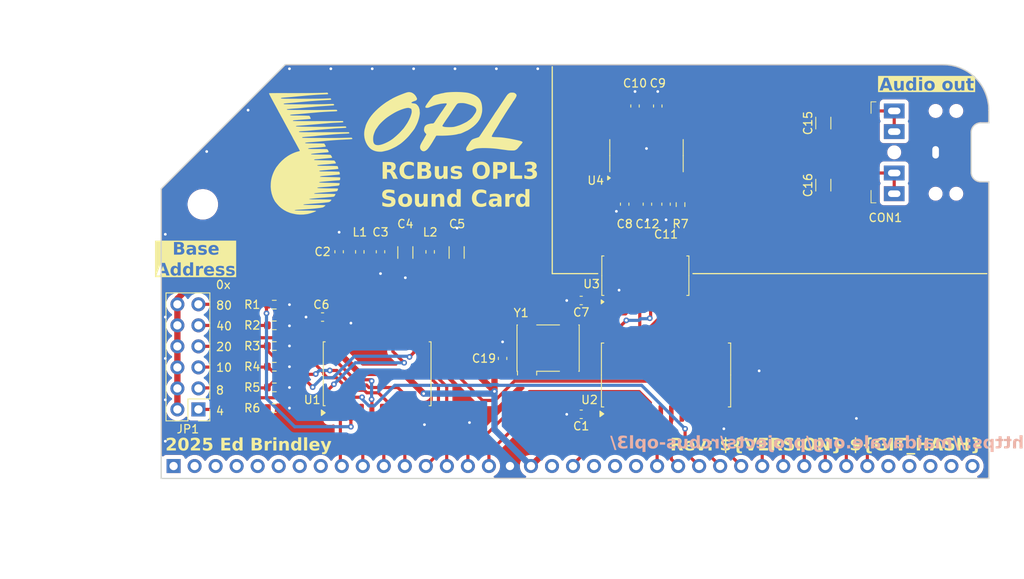
<source format=kicad_pcb>
(kicad_pcb (version 20241229) (generator "pcbnew") (generator_version "9.0")
  (title_block (title "RCBUS YMF262 sound card") (date "@date@") (rev "@version@"))
  (layers (0 "F.Cu" signal "Front") (2 "B.Cu" signal "Back") (13 "F.Paste" user) (15 "B.Paste" user) (5 "F.SilkS" user "F.Silkscreen") (7 "B.SilkS" user "B.Silkscreen") (1 "F.Mask" user) (3 "B.Mask" user) (25 "Edge.Cuts" user))
  (net 0 "")
  (net 1 "VCC")
  (net 2 "GND")
  (net 3 "/CLK")
  (net 4 "/D0")
  (net 5 "/D1")
  (net 6 "/D2")
  (net 7 "/D3")
  (net 8 "/D4")
  (net 9 "/D5")
  (net 10 "/D6")
  (net 11 "/D7")
  (net 12 "/A1")
  (net 13 "/A4")
  (net 14 "/A3")
  (net 15 "/A2")
  (net 16 "/A5")
  (net 17 "/A6")
  (net 18 "/A7")
  (net 19 "/A0")
  (net 20 "/~{CS}")
  (net 21 "/~{RESET}")
  (net 22 "/~{WR}")
  (net 23 "/~{IORQ}")
  (net 24 "/~{RD}")
  (net 26 "/DAC_CLK")
  (net 27 "/~{INT}")
  (net 43 "/R")
  (net 44 "/L")
  (net 46 "/SMPBD")
  (net 47 "/DOAB")
  (net 48 "/SMPAC")
  (net 50 "Net-(C3-Pad1)")
  (net 51 "Net-(U3-CV)")
  (net 52 "Net-(U3-AOUT)")
  (net 53 "Net-(C15-Pad2)")
  (net 54 "/AUDIO_CH2")
  (net 55 "+5VA")
  (net 56 "Net-(C16-Pad2)")
  (net 57 "Net-(U4B--)")
  (net 58 "Net-(U3-SWIN)")
  (net 59 "Net-(U3-MP)")
  (net 62 "Net-(JP1-Pin_1)")
  (net 63 "Net-(JP1-Pin_9)")
  (net 64 "Net-(JP1-Pin_7)")
  (net 65 "Net-(JP1-Pin_11)")
  (net 66 "Net-(JP1-Pin_3)")
  (net 67 "Net-(JP1-Pin_5)")
  (net 68 "/AUDIO_CH1")
  (footprint "Capacitor_SMD:C_0603_1608Metric" (layer "F.Cu") (at 111.25 156.75 180)
    (property "Reference" "C1")
    (property "Value" "0.1uF")
  )
  (footprint "Capacitor_SMD:C_0603_1608Metric" (layer "F.Cu") (at 111.25 143 180)
    (property "Reference" "C7")
    (property "Value" "0.1uF")
  )
  (footprint "electrified:Headphone_Jack_3.5mm_5_pin" (layer "F.Cu") (at 149.069 125.095 180)
    (property "Reference" "CON1")
    (property "Value" "SJ1-3523N")
  )
  (footprint "Connector_PinHeader_2.54mm:PinHeader_2x06_P2.54mm_Vertical" (layer "F.Cu") (at 65 156.16 180)
    (property "Reference" "JP1")
    (property "Value" "BASE ADDRESS")
  )
  (footprint "MountingHole:MountingHole_3.2mm_M3" (layer "F.Cu") (at 65.532 131.382)
    (property "Reference" "H1" (hide yes))
    (property "Value" "MountingHole")
  )
  (footprint "electrified:PinHeader_1x39_P2.54mm_Vertical" (layer "F.Cu") (at 62 163 90)
    (property "Reference" "P1" (hide yes))
    (property "Value" "RC2014 BUS")
  )
  (footprint "Package_SO:SOIC-20W_7.5x12.8mm_P1.27mm" (layer "F.Cu") (at 86.595 151.85 90)
    (property "Reference" "U1")
    (property "Value" "74HCT688")
  )
  (footprint "Capacitor_SMD:C_0603_1608Metric" (layer "F.Cu") (at 121.5 131.3625 -90)
    (property "Reference" "C11")
    (property "Value" "68pf")
  )
  (footprint "Capacitor_SMD:C_0603_1608Metric" (layer "F.Cu") (at 116.5 131.3625 -90)
    (property "Reference" "C8")
    (property "Value" "10uF")
  )
  (footprint "Capacitor_SMD:C_0603_1608Metric" (layer "F.Cu") (at 119.25 131.3625 -90)
    (property "Reference" "C12")
    (property "Value" "0.1uF")
  )
  (footprint "Package_SO:SOP-24_7.5x15.4mm_P1.27mm" (layer "F.Cu") (at 121.5 152 90)
    (property "Reference" "U2")
    (property "Value" "YMF262")
  )
  (footprint "Capacitor_SMD:C_0603_1608Metric" (layer "F.Cu") (at 80 145 180)
    (property "Reference" "C6")
    (property "Value" "0.1uF")
  )
  (footprint "Oscillator:Oscillator_SMD_Abracon_ASV-4Pin_7.0x5.1mm" (layer "F.Cu") (at 107.25 148.75)
    (property "Reference" "Y1")
    (property "Value" "SG-8002CA")
  )
  (footprint "Inductor_SMD:L_0603_1608Metric" (layer "F.Cu") (at 93 137.125 90)
    (property "Reference" "L2")
    (property "Value" "33uH")
  )
  (footprint "Package_SO:SOP-16_4.55x10.3mm_P1.27mm" (layer "F.Cu") (at 119 140 90)
    (property "Reference" "U3")
    (property "Value" "YAC512")
  )
  (footprint "Capacitor_SMD:C_0603_1608Metric" (layer "F.Cu") (at 82 137.1125 90)
    (property "Reference" "C2")
    (property "Value" "10nF")
  )
  (footprint "electrified:opl" (layer "F.Cu") (at 94.5 121.25)
    (property "Reference" "G2" (hide yes))
    (property "Value" "LOGO" (hide yes))
  )
  (footprint "Resistor_SMD:R_0603_1608Metric" (layer "F.Cu") (at 74.1625 156)
    (property "Reference" "R6")
    (property "Value" "10K")
  )
  (footprint "Capacitor_SMD:C_0603_1608Metric" (layer "F.Cu") (at 120.5 119.5 90)
    (property "Reference" "C9")
    (property "Value" "2.7nf")
  )
  (footprint "Resistor_SMD:R_0603_1608Metric" (layer "F.Cu") (at 74.1625 153.5)
    (property "Reference" "R5")
    (property "Value" "10K")
  )
  (footprint "Resistor_SMD:R_0603_1608Metric" (layer "F.Cu") (at 123.25 131.4125 90)
    (property "Reference" "R7")
    (property "Value" "33")
  )
  (footprint "Resistor_SMD:R_0603_1608Metric" (layer "F.Cu") (at 74.1625 148.5)
    (property "Reference" "R3")
    (property "Value" "10K")
  )
  (footprint "Resistor_SMD:R_0603_1608Metric" (layer "F.Cu") (at 74.1625 143.5)
    (property "Reference" "R1")
    (property "Value" "10K")
  )
  (footprint "Capacitor_SMD:C_0603_1608Metric" (layer "F.Cu") (at 117.75 119.5 90)
    (property "Reference" "C10")
    (property "Value" "2.7nf")
  )
  (footprint "Resistor_SMD:R_0603_1608Metric" (layer "F.Cu") (at 74.1625 146)
    (property "Reference" "R2")
    (property "Value" "10K")
  )
  (footprint "Package_SO:SOIC-14_3.9x8.7mm_P1.27mm" (layer "F.Cu") (at 119.1375 125.5 90)
    (property "Reference" "U4")
    (property "Value" "TL074")
  )
  (footprint "electrified:adlib2" (layer "F.Cu") (at 78 125)
    (property "Reference" "G1" (hide yes))
    (property "Value" "LOGO" (hide yes))
  )
  (footprint "Capacitor_SMD:C_1206_3216Metric" (layer "F.Cu") (at 140.5 129.0625 90)
    (property "Reference" "C16")
    (property "Value" "10uf")
  )
  (footprint "Capacitor_SMD:C_1206_3216Metric" (layer "F.Cu") (at 90 137.2 -90)
    (property "Reference" "C4")
    (property "Value" "10uF")
  )
  (footprint "Resistor_SMD:R_0603_1608Metric" (layer "F.Cu") (at 74.1625 151)
    (property "Reference" "R4")
    (property "Value" "10K")
  )
  (footprint "Capacitor_SMD:C_1206_3216Metric" (layer "F.Cu") (at 96.2 137.2 90)
    (property "Reference" "C5")
    (property "Value" "10uF")
  )
  (footprint "Capacitor_SMD:C_1206_3216Metric" (layer "F.Cu") (at 140.5 121.5625 90)
    (property "Reference" "C15")
    (property "Value" "10uf")
  )
  (footprint "Capacitor_SMD:C_0603_1608Metric" (layer "F.Cu") (at 101.75 150 90)
    (property "Reference" "C19")
    (property "Value" "0.1uF")
  )
  (footprint "Capacitor_SMD:C_0603_1608Metric" (layer "F.Cu") (at 87 137.1125 -90)
    (property "Reference" "C3")
    (property "Value" "100nF")
  )
  (footprint "Inductor_SMD:L_0603_1608Metric" (layer "F.Cu") (at 84.5 137.125 -90)
    (property "Reference" "L1")
    (property "Value" "BLM18PG221SN1D")
  )
  (gr_line (start 107.75 114.75) (end 107.75 139.75) (stroke (width 0.15)) (layer "F.SilkS"))
  (gr_line (start 124.75 139.75) (end 160.25 139.75) (stroke (width 0.15)) (layer "F.SilkS"))
  (gr_line (start 107.75 139.75) (end 113.25 139.75) (stroke (width 0.15)) (layer "F.SilkS"))
  (gr_line (start 158.369 122.682) (end 158.369 127.508) (stroke (width 0.15)) (layer "Edge.Cuts"))
  (gr_line (start 160.5 121.539) (end 160.5 120) (stroke (width 0.15)) (layer "Edge.Cuts"))
  (gr_line (start 155 114.5) (end 75.5 114.5) (stroke (width 0.15)) (layer "Edge.Cuts"))
  (gr_arc (start 155 114.5) (mid 158.889087 116.110913) (end 160.5 120) (stroke (width 0.15)) (layer "Edge.Cuts"))
  (gr_line (start 160.5 121.539) (end 159.512 121.539) (stroke (width 0.15)) (layer "Edge.Cuts"))
  (gr_line (start 160.5 128.651) (end 159.512 128.651) (stroke (width 0.15)) (layer "Edge.Cuts"))
  (gr_line (start 60.5 129.5) (end 75.5 114.5) (stroke (width 0.15)) (layer "Edge.Cuts"))
  (gr_line (start 60.5 129.5) (end 60.5 164.5) (stroke (width 0.15)) (layer "Edge.Cuts"))
  (gr_arc (start 159.512 128.651) (mid 158.703777 128.316223) (end 158.369 127.508) (stroke (width 0.15)) (layer "Edge.Cuts"))
  (gr_line (start 160.5 164.5) (end 160.5 128.651) (stroke (width 0.15)) (layer "Edge.Cuts"))
  (gr_line (start 60.5 164.5) (end 160.5 164.5) (stroke (width 0.15)) (layer "Edge.Cuts"))
  (gr_arc (start 158.369 122.682) (mid 158.703777 121.873777) (end 159.512 121.539) (stroke (width 0.15)) (layer "Edge.Cuts"))
  (gr_text "Audio out" (at 153 117 0) (layer "F.SilkS" knockout) (effects (font (size 1.5 1.5) (thickness 0.3) (bold yes))))
  (gr_text "Rev: ${VERSION} ${GIT_HASH}" (at 159.75 160.5 0) (layer "F.SilkS") (effects (font (size 1.5 1.5) (thickness 0.34) (bold yes)) (justify right)))
  (gr_text "2025 Ed Brindley" (at 61 160.5 0) (layer "F.SilkS") (effects (font (size 1.5 1.5) (thickness 0.3) (bold yes)) (justify left)))
  (gr_text "10" (at 68.1 151.1 0) (layer "F.SilkS") (effects (font (size 1 1))))
  (gr_text "Base\nAddress" (at 64.7 138.1 0) (layer "F.SilkS" knockout) (effects (font (size 1.5 1.5) (thickness 0.3) (bold yes))))
  (gr_text "80" (at 68.1 143.6 0) (layer "F.SilkS") (effects (font (size 1 1))))
  (gr_text "20" (at 68.1 148.6 0) (layer "F.SilkS") (effects (font (size 1 1))))
  (gr_text "RCBus OPL3\nSound Card" (at 87 132 0) (layer "F.SilkS") (effects (font (size 2 2) (thickness 0.3) (bold yes)) (justify left bottom)))
  (gr_text "8" (at 67.6 153.85 0) (layer "F.SilkS") (effects (font (size 1 1))))
  (gr_text "4" (at 67.6 156.35 0) (layer "F.SilkS") (effects (font (size 1 1))))
  (gr_text "0x" (at 68 141.1 0) (layer "F.SilkS") (effects (font (size 1 1))))
  (gr_text "40" (at 68.1 146.1 0) (layer "F.SilkS") (effects (font (size 1 1))))
  (gr_text "https://maidavale.org/projects/rcbus-opl3/" (at 139.75 160.25 0) (layer "B.SilkS") (effects (font (size 1.5 1.5) (thickness 0.3) (bold yes)) (justify mirror)))
  (segment (start 100.5 153.708947) (end 100.770526 153.979473) (width 0.762) (layer "F.Cu") (net 1))
  (segment (start 80.8625 145) (end 80.8625 147.1825) (width 0.762) (layer "F.Cu") (net 1))
  (segment (start 62.46 142.79) (end 63.75 141.5) (width 0.762) (layer "F.Cu") (net 1))
  (segment (start 80.8625 147.1825) (end 80.88 147.2) (width 0.762) (layer "F.Cu") (net 1))
  (segment (start 112.1125 158.3875) (end 112.1125 156.75) (width 0.762) (layer "F.Cu") (net 1))
  (segment (start 93.75 142) (end 83.2 142) (width 0.762) (layer "F.Cu") (net 1))
  (segment (start 62.46 143.46) (end 62.46 142.79) (width 0.762) (layer "F.Cu") (net 1))
  (segment (start 84.404001 151.749) (end 89.7116 151.749) (width 0.762) (layer "F.Cu") (net 1))
  (segment (start 112.1125 156.75) (end 114.415 156.75) (width 0.762) (layer "F.Cu") (net 1))
  (segment (start 77.8375 141.5) (end 80.8625 144.525) (width 0.762) (layer "F.Cu") (net 1))
  (segment (start 97 150.208947) (end 97 145.25) (width 0.762) (layer "F.Cu") (net 1))
  (segment (start 80.8625 144.525) (end 80.8625 145) (width 0.762) (layer "F.Cu") (net 1))
  (segment (start 82 140.8) (end 82 137.8625) (width 0.762) (layer "F.Cu") (net 1))
  (segment (start 80.88 147.2) (end 80.88 148.224999) (width 0.762) (layer "F.Cu") (net 1))
  (segment (start 100.770526 151.004474) (end 101 150.775) (width 0.762) (layer "F.Cu") (net 1))
  (segment (start 80.88 148.224999) (end 84.404001 151.749) (width 0.762) (layer "F.Cu") (net 1))
  (segment (start 105.18 163) (end 108.43 159.75) (width 0.762) (layer "F.Cu") (net 1))
  (segment (start 62.46 156.16) (end 62.46 143.46) (width 0.762) (layer "F.Cu") (net 1))
  (segment (start 104.685 150.775) (end 104.71 150.75) (width 0.762) (layer "F.Cu") (net 1))
  (segment (start 110.75 159.75) (end 112.1125 158.3875) (width 0.762) (layer "F.Cu") (net 1))
  (segment (start 104.71 146.75) (end 104.71 150.75) (width 0.762) (layer "F.Cu") (net 1))
  (segment (start 89.7116 151.749) (end 92.2126 154.25) (width 0.762) (layer "F.Cu") (net 1))
  (segment (start 82 137.975) (end 84.475 137.975) (width 0.762) (layer "F.Cu") (net 1))
  (segment (start 100.5 153.708947) (end 97 150.208947) (width 0.762) (layer "F.Cu") (net 1))
  (segment (start 108.43 159.75) (end 110.75 159.75) (width 0.762) (layer "F.Cu") (net 1))
  (segment (start 63.75 141.5) (end 77.8375 141.5) (width 0.762) (layer "F.Cu") (net 1))
  (segment (start 97 145.25) (end 93.75 142) (width 0.762) (layer "F.Cu") (net 1))
  (segment (start 83.2 142) (end 82 140.8) (width 0.762) (layer "F.Cu") (net 1))
  (segment (start 100.770526 153.979473) (end 100.770526 151.004474) (width 0.762) (layer "F.Cu") (net 1))
  (segment (start 101 150.775) (end 104.685 150.775) (width 0.762) (layer "F.Cu") (net 1))
  (via (at 92.2126 154.25) (size 0.6858) (drill 0.3302) (layers "F.Cu" "B.Cu") (net 1))
  (via (at 100.770526 153.979473) (size 0.6858) (drill 0.3302) (layers "F.Cu" "B.Cu") (net 1))
  (segment (start 105.18 163) (end 100.770526 158.590526) (width 0.762) (layer "B.Cu") (net 1))
  (segment (start 100.770526 158.590526) (end 100.770526 153.979473) (width 0.762) (layer "B.Cu") (net 1))
  (segment (start 100.553881 154.25) (end 100.770526 154.033355) (width 0.762) (layer "B.Cu") (net 1))
  (segment (start 100.770526 154.033355) (end 100.770526 153.979473) (width 0.762) (layer "B.Cu") (net 1))
  (segment (start 92.2126 154.25) (end 100.553881 154.25) (width 0.762) (layer "B.Cu") (net 1))
  (segment (start 90 138.675) (end 90 140.25) (width 0.381) (layer "F.Cu") (net 2))
  (segment (start 86 149) (end 87.23 149) (width 0.381) (layer "F.Cu") (net 2))
  (segment (start 110.3875 143) (end 109.5 143) (width 0.381) (layer "F.Cu") (net 2))
  (segment (start 92.31 156.5) (end 92.310001 158) (width 0.381) (layer "F.Cu") (net 2))
  (segment (start 85.96 147.2) (end 85.96 148.96) (width 0.381) (layer "F.Cu") (net 2))
  (segment (start 83.42472 145.7315) (end 83.424718 145.731499) (width 0.381) (layer "F.Cu") (net 2))
  (segment (start 87 137.975) (end 87 139.75) (width 0.381) (layer "F.Cu") (net 2))
  (segment (start 121.5 133.25) (end 121.5 132.225) (width 0.381) (layer "F.Cu") (net 2))
  (segment (start 83.4179 147.794174) (end 83.4179 149) (width 0.381) (layer "F.Cu") (net 2))
  (segment (start 84.7 149) (end 86 149) (width 0.381) (layer "F.Cu") (net 2))
  (segment (start 119.25 132.225) (end 119.25 133.238417) (width 0.381) (layer "F.Cu") (net 2))
  (segment (start 83.42 147.2) (end 83.42 145.736217) (width 0.381) (layer "F.Cu") (net 2))
  (segment (start 83.4179 149) (end 84.7 149) (width 0.381) (layer "F.Cu") (net 2))
  (segment (start 120.5 118.725) (end 120.5 117.75) (width 0.381) (layer "F.Cu") (net 2))
  (segment (start 84.69 148.99) (end 84.7 149) (width 0.381) (layer "F.Cu") (net 2))
  (segment (start 75.245 156) (end 76 156) (width 0.381) (layer "F.Cu") (net 2))
  (segment (start 76 148.49) (end 75.225 148.49) (width 0.381) (layer "F.Cu") (net 2))
  (segment (start 119.1375 123.025) (end 119.137499 124.637499) (width 0.381) (layer "F.Cu") (net 2))
  (segment (start 75.05 146.06) (end 76 146.06) (width 0.381) (layer "F.Cu") (net 2))
  (segment (start 76 151) (end 75.225 151) (width 0.381) (layer "F.Cu") (net 2))
  (segment (start 110.3875 156.75) (end 109.5 156.75) (width 0.381) (layer "F.Cu") (net 2))
  (segment (start 96.2 134.3) (end 96.25 134.25) (width 0.381) (layer "F.Cu") (net 2))
  (segment (start 128.485 156.65) (end 128.485 158.5) (width 0.381) (layer "F.Cu") (net 2))
  (segment (start 116.5 132.225) (end 115.5 132.225) (width 0.381) (layer "F.Cu") (net 2))
  (segment (start 115.825 143.25) (end 115.825 141.75) (width 0.381) (layer "F.Cu") (net 2))
  (segment (start 87.23 149) (end 87.23 147.6642) (width 0.381) (layer "F.Cu") (net 2))
  (segment (start 75.225 156.02) (end 75.245 156) (width 0.381) (layer "F.Cu") (net 2))
  (segment (start 117.75 118.725) (end 117.75 117.75) (width 0.381) (layer "F.Cu") (net 2))
  (segment (start 84.69 147.2) (end 84.69 148.99) (width 0.381) (layer "F.Cu") (net 2))
  (segment (start 75.05 143.47) (end 75.08 143.5) (width 0.381) (layer "F.Cu") (net 2))
  (segment (start 101.75 149.1375) (end 101.75 148) (width 0.381) (layer "F.Cu") (net 2))
  (segment (start 83.42 145.736217) (end 83.424718 145.731499) (width 0.381) (layer "F.Cu") (net 2))
  (segment (start 96.2 135.725) (end 96.2 134.3) (width 0.381) (layer "F.Cu") (net 2))
  (segment (start 75.225 153.51) (end 76 153.51) (width 0.381) (layer "F.Cu") (net 2))
  (segment (start 82 136.25) (end 82 134.75) (width 0.381) (layer "F.Cu") (net 2))
  (segment (start 119.25 133.238417) (end 119.250001 133.238418) (width 0.381) (layer "F.Cu") (net 2))
  (segment (start 75.08 143.5) (end 76 143.5) (width 0.381) (layer "F.Cu") (net 2))
  (segment (start 85.96 148.96) (end 86 149) (width 0.381) (layer "F.Cu") (net 2))
  (via (at 76 153.51) (size 0.6858) (drill 0.3302) (layers "F.Cu" "B.Cu") (net 2))
  (via (at 76 143.5) (size 0.6858) (drill 0.3302) (layers "F.Cu" "B.Cu") (net 2))
  (via (at 144.5 157.25) (size 0.6858) (drill 0.3302) (layers "F.Cu" "B.Cu") (net 2))
  (via (at 61 135) (size 0.6858) (drill 0.3302) (layers "F.Cu" "B.Cu") (net 2))
  (via (at 86 115) (size 0.6858) (drill 0.3302) (layers "F.Cu" "B.Cu") (net 2))
  (via (at 121.5 133.25) (size 0.6858) (drill 0.3302) (layers "F.Cu" "B.Cu") (net 2))
  (via (at 109.5 143) (size 0.6858) (drill 0.3302) (layers "F.Cu" "B.Cu") (net 2))
  (via (at 87 139.75) (size 0.6858) (drill 0.3302) (layers "F.Cu" "B.Cu") (net 2))
  (via (at 76 115) (size 0.6858) (drill 0.3302) (layers "F.Cu" "B.Cu") (net 2))
  (via (at 81 115) (size 0.6858) (drill 0.3302) (layers "F.Cu" "B.Cu") (net 2))
  (via (at 97.75 157.75) (size 0.6858) (drill 0.3302) (layers "F.Cu" "B.Cu") (net 2))
  (via (at 82 134.75) (size 0.6858) (drill 0.3302) (layers "F.Cu" "B.Cu") (net 2))
  (via (at 96.25 134.25) (size 0.6858) (drill 0.3302) (layers "F.Cu" "B.Cu") (net 2))
  (via (at 61 155) (size 0.6858) (drill 0.3302) (layers "F.Cu" "B.Cu") (net 2))
  (via (at 128.485 158.5) (size 0.6858) (drill 0.3302) (layers "F.Cu" "B.Cu") (net 2))
  (via (at 76 156) (size 0.6858) (drill 0.3302) (layers "F.Cu" "B.Cu") (net 2))
  (via (at 101.75 148) (size 0.6858) (drill 0.3302) (layers "F.Cu" "B.Cu") (net 2))
  (via (at 66 125) (size 0.6858) (drill 0.3302) (layers "F.Cu" "B.Cu") (net 2))
  (via (at 76 148.49) (size 0.6858) (drill 0.3302) (layers "F.Cu" "B.Cu") (net 2))
  (via (at 115.825 141.75) (size 0.6858) (drill 0.3302) (layers "F.Cu" "B.Cu") (net 2))
  (via (at 119.137499 124.637499) (size 0.6858) (drill 0.3302) (layers "F.Cu" "B.Cu") (net 2))
  (via (at 109.5 156.75) (size 0.6858) (drill 0.3302) (layers "F.Cu" "B.Cu") (net 2))
  (via (at 71 120) (size 0.6858) (drill 0.3302) (layers "F.Cu" "B.Cu") (net 2))
  (via (at 83.424718 145.731499) (size 0.6858) (drill 0.3302) (layers "F.Cu" "B.Cu") (net 2))
  (via (at 78 145) (size 0.6858) (drill 0.3302) (layers "F.Cu" "B.Cu") (net 2))
  (via (at 106 115) (size 0.6858) (drill 0.3302) (layers "F.Cu" "B.Cu") (net 2))
  (via (at 119.250001 133.238418) (size 0.6858) (drill 0.3302) (layers "F.Cu" "B.Cu") (net 2))
  (via (at 61 150) (size 0.6858) (drill 0.3302) (layers "F.Cu" "B.Cu") (net 2))
  (via (at 120.5 117.75) (size 0.6858) (drill 0.3302) (layers "F.Cu" "B.Cu") (net 2))
  (via (at 115.5 132.225) (size 0.6858) (drill 0.3302) (layers "F.Cu" "B.Cu") (net 2))
  (via (at 96 115) (size 0.6858) (drill 0.3302) (layers "F.Cu" "B.Cu") (net 2))
  (via (at 61 160) (size 0.6858) (drill 0.3302) (layers "F.Cu" "B.Cu") (net 2))
  (via (at 101 115) (size 0.6858) (drill 0.3302) (layers "F.Cu" "B.Cu") (net 2))
  (via (at 61 145) (size 0.6858) (drill 0.3302) (layers "F.Cu" "B.Cu") (net 2))
  (via (at 132.75 151.5) (size 0.6858) (drill 0.3302) (layers "F.Cu" "B.Cu") (net 2))
  (via (at 92.310001 158) (size 0.6858) (drill 0.3302) (layers "F.Cu" "B.Cu") (net 2))
  (via (at 91 115) (size 0.6858) (drill 0.3302) (layers "F.Cu" "B.Cu") (net 2))
  (via (at 90 140.25) (size 0.6858) (drill 0.3302) (layers "F.Cu" "B.Cu") (net 2))
  (via (at 76 146.06) (size 0.6858) (drill 0.3302) (layers "F.Cu" "B.Cu") (net 2))
  (via (at 76 151) (size 0.6858) (drill 0.3302) (layers "F.Cu" "B.Cu") (net 2))
  (via (at 117.75 117.75) (size 0.6858) (drill 0.3302) (layers "F.Cu" "B.Cu") (net 2))
  (segment (start 112 146.75) (end 109.79 146.75) (width 0.381) (layer "F.Cu") (net 3))
  (segment (start 114.515 147.35) (end 112.6 147.35) (width 0.381) (layer "F.Cu") (net 3))
  (segment (start 112.6 147.35) (end 112 146.75) (width 0.381) (layer "F.Cu") (net 3))
  (segment (start 125.945 156.65) (end 125.945 157.6505) (width 0.381) (layer "F.Cu") (net 4))
  (segment (start 125.945 157.6505) (end 125.945 160.905) (width 0.381) (layer "F.Cu") (net 4))
  (segment (start 125.945 160.905) (end 128.04 163) (width 0.381) (layer "F.Cu") (net 4))
  (segment (start 128.2674 160.6874) (end 130.58 163) (width 0.381) (layer "F.Cu") (net 5))
  (segment (start 128.173848 160.6874) (end 128.2674 160.6874) (width 0.381) (layer "F.Cu") (net 5))
  (segment (start 127.2 159.713552) (end 128.173848 160.6874) (width 0.381) (layer "F.Cu") (net 5))
  (segment (start 127.2 156.665) (end 127.2 159.713552) (width 0.381) (layer "F.Cu") (net 5))
  (segment (start 128.485 147.35) (end 128.485 149.235) (width 0.381) (layer "F.Cu") (net 6))
  (segment (start 128.485 149.235) (end 133.12 153.87) (width 0.381) (layer "F.Cu") (net 6))
  (segment (start 133.12 153.87) (end 133.12 163) (width 0.381) (layer "F.Cu") (net 6))
  (segment (start 127.215 147.35) (end 127.215 146.035) (width 0.381) (layer "F.Cu") (net 7))
  (segment (start 135.66 152.379648) (end 135.66 163) (width 0.381) (layer "F.Cu") (net 7))
  (segment (start 127.215 146.035) (end 127.75 145.5) (width 0.381) (layer "F.Cu") (net 7))
  (segment (start 128.780352 145.5) (end 135.66 152.379648) (width 0.381) (layer "F.Cu") (net 7))
  (segment (start 127.75 145.5) (end 128.780352 145.5) (width 0.381) (layer "F.Cu") (net 7))
  (segment (start 130.179335 144.865) (end 127.227104 144.865) (width 0.381) (layer "F.Cu") (net 8))
  (segment (start 127.227104 144.865) (end 125.945 146.147104) (width 0.381) (layer "F.Cu") (net 8))
  (segment (start 125.945 146.147104) (end 125.945 147.35) (width 0.381) (layer "F.Cu") (net 8))
  (segment (start 138.2 152.885665) (end 130.179335 144.865) (width 0.381) (layer "F.Cu") (net 8))
  (segment (start 138.2 163) (end 138.2 152.885665) (width 0.381) (layer "F.Cu") (net 8))
  (segment (start 132.23 144.23) (end 126.964078 144.23) (width 0.381) (layer "F.Cu") (net 9))
  (segment (start 140.74 152.74) (end 132.23 144.23) (width 0.381) (layer "F.Cu") (net 9))
  (segment (start 126.964078 144.23) (end 124.675 146.519078) (width 0.381) (layer "F.Cu") (net 9))
  (segment (start 124.675 146.519078) (end 124.675 147.35) (width 0.381) (layer "F.Cu") (net 9))
  (segment (start 140.74 163) (end 140.74 152.74) (width 0.381) (layer "F.Cu") (net 9))
  (segment (start 143.28 152.28) (end 134.594 143.594) (width 0.381) (layer "F.Cu") (net 10))
  (segment (start 134.594 143.594) (end 126.602702 143.594) (width 0.381) (layer "F.Cu") (net 10))
  (segment (start 143.28 163) (end 143.28 152.28) (width 0.381) (layer "F.Cu") (net 10))
  (segment (start 126.602702 143.594) (end 123.405 146.791702) (width 0.381) (layer "F.Cu") (net 10))
  (segment (start 145.82 151.82) (end 136 142) (width 0.381) (layer "F.Cu") (net 11))
  (segment (start 127.294434 142) (end 123.390934 145.9035) (width 0.381) (layer "F.Cu") (net 11))
  (segment (start 136 142) (end 127.294434 142) (width 0.381) (layer "F.Cu") (net 11))
  (segment (start 145.82 163) (end 145.82 151.82) (width 0.381) (layer "F.Cu") (net 11))
  (segment (start 122.135 146.350001) (end 122.135 147.35) (width 0.381) (layer "F.Cu") (net 11))
  (segment (start 122.581501 145.9035) (end 122.135 146.350001) (width 0.381) (layer "F.Cu") (net 11))
  (segment (start 123.390934 145.9035) (end 122.581501 145.9035) (width 0.381) (layer "F.Cu") (net 11))
  (segment (start 119.595 156.65) (end 119.595 155.345) (width 0.381) (layer "F.Cu") (net 12))
  (segment (start 119.595 155.345) (end 118.25 154) (width 0.381) (layer "F.Cu") (net 12))
  (segment (start 118.25 154) (end 105 154) (width 0.381) (layer "F.Cu") (net 12))
  (segment (start 97.56 161.44) (end 97.56 163) (width 0.381) (layer "F.Cu") (net 12))
  (segment (start 105 154) (end 97.56 161.44) (width 0.381) (layer "F.Cu") (net 12))
  (segment (start 89.77 159.07) (end 89.94 159.24) (width 0.381) (layer "F.Cu") (net 13))
  (segment (start 89.94 159.24) (end 89.94 163) (width 0.381) (layer "F.Cu") (net 13))
  (segment (start 89.77 156.56) (end 89.77 159.07) (width 0.381) (layer "F.Cu") (net 13))
  (segment (start 94 161.48) (end 92.48 163) (width 0.381) (layer "F.Cu") (net 14))
  (segment (start 94 153.307629) (end 94 161.48) (width 0.381) (layer "F.Cu") (net 14))
  (segment (start 92.3 147.21) (end 92.3 151.607629) (width 0.381) (layer "F.Cu") (net 14))
  (segment (start 92.3 151.607629) (end 94 153.307629) (width 0.381) (layer "F.Cu") (net 14))
  (segment (start 93.0555 151.465103) (end 95 153.409603) (width 0.381) (layer "F.Cu") (net 15))
  (segment (start 95 153.409603) (end 95 162.98) (width 0.381) (layer "F.Cu") (net 15))
  (segment (start 90.215501 145.7295) (end 92.71082 145.7295) (width 0.381) (layer "F.Cu") (net 15))
  (segment (start 92.71082 145.7295) (end 93.0555 146.07418) (width 0.381) (layer "F.Cu") (net 15))
  (segment (start 89.77 146.175001) (end 90.215501 145.7295) (width 0.381) (layer "F.Cu") (net 15))
  (segment (start 93.0555 146.07418) (end 93.0555 151.465103) (width 0.381) (layer "F.Cu") (net 15))
  (segment (start 89.77 147.2) (end 89.77 146.175001) (width 0.381) (layer "F.Cu") (net 15))
  (segment (start 87.2 156.53) (end 87.2 159.2) (width 0.381) (layer "F.Cu") (net 16))
  (segment (start 87.4 159.4) (end 87.4 163) (width 0.381) (layer "F.Cu") (net 16))
  (segment (start 87.2 159.2) (end 87.4 159.4) (width 0.381) (layer "F.Cu") (net 16))
  (segment (start 84.7 156.51) (end 84.7 159.3) (width 0.381) (layer "F.Cu") (net 17))
  (segment (start 84.86 159.46) (end 84.86 163) (width 0.381) (layer "F.Cu") (net 17))
  (segment (start 84.7 159.3) (end 84.86 159.46) (width 0.381) (layer "F.Cu") (net 17))
  (segment (start 82.15 156.5) (end 82.15 162.83) (width 0.381) (layer "F.Cu") (net 18))
  (segment (start 118.325 155.575) (end 118.325 156.65) (width 0.381) (layer "F.Cu") (net 19))
  (segment (start 117.9545 155.2045) (end 118.325 155.575) (width 0.381) (layer "F.Cu") (net 19))
  (segment (start 106.2955 155.2045) (end 117.9545 155.2045) (width 0.381) (layer "F.Cu") (net 19))
  (segment (start 100.1 163) (end 100.1 161.4) (width 0.381) (layer "F.Cu") (net 19))
  (segment (start 100.1 161.4) (end 106.2955 155.2045) (width 0.381) (layer "F.Cu") (net 19))
  (segment (start 99.3255 155.0755) (end 100.841933 155.0755) (width 0.381) (layer "F.Cu") (net 20))
  (segment (start 103.167433 152.75) (end 120.55 152.75) (width 0.381) (layer "F.Cu") (net 20))
  (segment (start 100.841933 155.0755) (end 103.167433 152.75) (width 0.381) (layer "F.Cu") (net 20))
  (segment (start 95.25 145.25) (end 95.25 151) (width 0.381) (layer "F.Cu") (net 20))
  (segment (start 84.248586 143.5) (end 93.5 143.5) (width 0.381) (layer "F.Cu") (net 20))
  (segment (start 82.15 145.598586) (end 84.248586 143.5) (width 0.381) (layer "F.Cu") (net 20))
  (segment (start 120.55 152.75) (end 123.405 155.605) (width 0.381) (layer "F.Cu") (net 20))
  (segment (start 82.15 147.2) (end 82.15 145.598586) (width 0.381) (layer "F.Cu") (net 20))
  (segment (start 123.405 155.605) (end 123.405 156.65) (width 0.381) (layer "F.Cu") (net 20))
  (segment (start 95.25 151) (end 99.3255 155.0755) (width 0.381) (layer "F.Cu") (net 20))
  (segment (start 93.5 143.5) (end 95.25 145.25) (width 0.381) (layer "F.Cu") (net 20))
  (segment (start 115.4 159.2) (end 117.055 157.545) (width 0.381) (layer "F.Cu") (net 21))
  (segment (start 110.26 162.8253) (end 113.8853 159.2) (width 0.381) (layer "F.Cu") (net 21))
  (segment (start 113.8853 159.2) (end 115.4 159.2) (width 0.381) (layer "F.Cu") (net 21))
  (segment (start 117.055 157.545) (end 117.055 156.76) (width 0.381) (layer "F.Cu") (net 21))
  (segment (start 120.865 159.335) (end 120.42 159.78) (width 0.381) (layer "F.Cu") (net 22))
  (segment (start 120.42 159.78) (end 120.42 163) (width 0.381) (layer "F.Cu") (net 22))
  (segment (start 120.865 156.65) (end 120.865 159.335) (width 0.381) (layer "F.Cu") (net 22))
  (segment (start 125.5 163) (end 123.8 161.3) (width 0.381) (layer "F.Cu") (net 23))
  (segment (start 80.88 155.333552) (end 81.524657 154.688895) (width 0.381) (layer "F.Cu") (net 23))
  (segment (start 123.8 161.3) (end 123.8 158.5) (width 0.381) (layer "F.Cu") (net 23))
  (segment (start 81.524657 154.688895) (end 84.770729 154.688895) (width 0.381) (layer "F.Cu") (net 23))
  (segment (start 80.88 156.5) (end 80.88 155.333552) (width 0.381) (layer "F.Cu") (net 23))
  (via (at 123.8 158.5) (size 0.6858) (drill 0.3302) (layers "F.Cu" "B.Cu") (net 23))
  (via (at 84.770729 154.688895) (size 0.6858) (drill 0.3302) (layers "F.Cu" "B.Cu") (net 23))
  (segment (start 85.594973 155.7241) (end 84.770729 154.899856) (width 0.381) (layer "B.Cu") (net 23))
  (segment (start 118.55 153.25) (end 101.208486 153.25) (width 0.381) (layer "B.Cu") (net 23))
  (segment (start 84.770729 154.899856) (end 84.770729 154.688895) (width 0.381) (layer "B.Cu") (net 23))
  (segment (start 101.208486 153.25) (end 101.11246 153.153973) (width 0.381) (layer "B.Cu") (net 23))
  (segment (start 88.721377 153.25) (end 86.247277 155.7241) (width 0.381) (layer "B.Cu") (net 23))
  (segment (start 100.428592 153.153973) (end 100.332565 153.25) (width 0.381) (layer "B.Cu") (net 23))
  (segment (start 123.8 158.5) (end 118.55 153.25) (width 0.381) (layer "B.Cu") (net 23))
  (segment (start 101.11246 153.153973) (end 100.428592 153.153973) (width 0.381) (layer "B.Cu") (net 23))
  (segment (start 86.247277 155.7241) (end 85.594973 155.7241) (width 0.381) (layer "B.Cu") (net 23))
  (segment (start 100.332565 153.25) (end 88.721377 153.25) (width 0.381) (layer "B.Cu") (net 23))
  (segment (start 122.135 157.6505) (end 122.135 162.175) (width 0.381) (layer "F.Cu") (net 24))
  (segment (start 122.135 162.175) (end 122.96 163) (width 0.381) (layer "F.Cu") (net 24))
  (segment (start 122.135 156.65) (end 122.135 157.6505) (width 0.381) (layer "F.Cu") (net 24))
  (segment (start 119.635 145.046141) (end 119.537412 145.143729) (width 0.381) (layer "F.Cu") (net 26))
  (segment (start 115.785 147.35) (end 115.785 146.315) (width 0.381) (layer "F.Cu") (net 26))
  (segment (start 115.785 146.315) (end 116.7 145.4) (width 0.381) (layer "F.Cu") (net 26))
  (segment (start 119.635 143.25) (end 119.635 145.046141) (width 0.381) (layer "F.Cu") (net 26))
  (via (at 119.537412 145.143729) (size 0.6858) (drill 0.3302) (layers "F.Cu" "B.Cu") (net 26))
  (via (at 116.7 145.4) (size 0.6858) (drill 0.3302) (layers "F.Cu" "B.Cu") (net 26))
  (segment (start 119.481141 145.2) (end 119.537412 145.143729) (width 0.381) (layer "B.Cu") (net 26))
  (segment (start 118.2278 145.4) (end 118.4278 145.2) (width 0.381) (layer "B.Cu") (net 26))
  (segment (start 116.7 145.4) (end 118.2278 145.4) (width 0.381) (layer "B.Cu") (net 26))
  (segment (start 118.4278 145.2) (end 119.481141 145.2) (width 0.381) (layer "B.Cu") (net 26))
  (segment (start 122.9475 123.025) (end 126.525 123.025) (width 0.381) (layer "F.Cu") (net 43))
  (segment (start 126.525 123.025) (end 134.0375 130.5375) (width 0.381) (layer "F.Cu") (net 43))
  (segment (start 121.6775 123.025) (end 122.9475 123.025) (width 0.381) (layer "F.Cu") (net 43))
  (segment (start 134.0375 130.5375) (end 140.5 130.5375) (width 0.381) (layer "F.Cu") (net 43))
  (segment (start 115.3275 123.025) (end 115.3275 121.25) (width 0.381) (layer "F.Cu") (net 44))
  (segment (start 134.125 123.125) (end 126.7126 115.7126) (width 0.381) (layer "F.Cu") (net 44))
  (segment (start 115.3275 116.6725) (end 115.3275 119.25) (width 0.381) (layer "F.Cu") (net 44))
  (segment (start 126.7126 115.7126) (end 116.2874 115.7126) (width 0.381) (layer "F.Cu") (net 44))
  (segment (start 116.2874 115.7126) (end 115.3275 116.6725) (width 0.381) (layer "F.Cu") (net 44))
  (segment (start 115.3275 120.3275) (end 116.5975 121.5975) (width 0.381) (layer "F.Cu") (net 44))
  (segment (start 115.3275 121.25) (end 115.3275 120.94) (width 0.381) (layer "F.Cu") (net 44))
  (segment (start 140.5 123.125) (end 134.125 123.125) (width 0.381) (layer "F.Cu") (net 44))
  (segment (start 115.3275 120.94) (end 115.3275 119.25) (width 0.381) (layer "F.Cu") (net 44))
  (segment (start 115.3275 119.25) (end 115.3275 120.3275) (width 0.381) (layer "F.Cu") (net 44))
  (segment (start 116.5975 121.5975) (end 116.5975 123.025) (width 0.381) (layer "F.Cu") (net 44))
  (segment (start 122.175 142.450001) (end 122.620501 142.0045) (width 0.381) (layer "F.Cu") (net 46))
  (segment (start 122.620501 142.0045) (end 123.84582 142.0045) (width 0.381) (layer "F.Cu") (net 46))
  (segment (start 123.84582 142.0045) (end 124.1905 142.34918) (width 0.381) (layer "F.Cu") (net 46))
  (segment (start 124.1905 144.203939) (end 123.125939 145.2685) (width 0.381) (layer "F.Cu") (net 46))
  (segment (start 124.1905 142.34918) (end 124.1905 144.203939) (width 0.381) (layer "F.Cu") (net 46))
  (segment (start 122.175 143.25) (end 122.175 142.450001) (width 0.381) (layer "F.Cu") (net 46))
  (segment (start 123.125939 145.2685) (end 122.317061 145.2685) (width 0.381) (layer "F.Cu") (net 46))
  (segment (start 122.317061 145.2685) (end 120.865 146.720561) (width 0.381) (layer "F.Cu") (net 46))
  (segment (start 118.325 143.29) (end 118.325 147.35) (width 0.381) (layer "F.Cu") (net 47))
  (segment (start 121.443827 145.013625) (end 120.781069 145.013625) (width 0.381) (layer "F.Cu") (net 48))
  (segment (start 119.595 146.199694) (end 119.595 147.35) (width 0.381) (layer "F.Cu") (net 48))
  (segment (start 123.445 144.049999) (end 122.879999 144.615) (width 0.381) (layer "F.Cu") (net 48))
  (segment (start 122.879999 144.615) (end 121.842452 144.615) (width 0.381) (layer "F.Cu") (net 48))
  (segment (start 120.781069 145.013625) (end 119.595 146.199694) (width 0.381) (layer "F.Cu") (net 48))
  (segment (start 123.445 143.25) (end 123.445 144.049999) (width 0.381) (layer "F.Cu") (net 48))
  (segment (start 121.842452 144.615) (end 121.443827 145.013625) (width 0.381) (layer "F.Cu") (net 48))
  (segment (start 92.25 136.25) (end 91.725 135.725) (width 0.381) (layer "F.Cu") (net 50))
  (segment (start 91.725 135.725) (end 90 135.725) (width 0.381) (layer "F.Cu") (net 50))
  (segment (start 87 136.25) (end 87.75 136.25) (width 0.381) (layer "F.Cu") (net 50))
  (segment (start 93 136.25) (end 92.25 136.25) (width 0.381) (layer "F.Cu") (net 50))
  (segment (start 84.5 136.25) (end 87 136.25) (width 0.381) (layer "F.Cu") (net 50))
  (segment (start 88.275 135.725) (end 90 135.725) (width 0.381) (layer "F.Cu") (net 50))
  (segment (start 87.75 136.25) (end 88.275 135.725) (width 0.381) (layer "F.Cu") (net 50))
  (segment (start 117.8675 130.5) (end 117.8675 127.975) (width 0.381) (layer "F.Cu") (net 51))
  (segment (start 116.5 130.5) (end 117.8675 130.5) (width 0.381) (layer "F.Cu") (net 51))
  (segment (start 117.8675 132.637501) (end 117.8675 130.5) (width 0.381) (layer "F.Cu") (net 51))
  (segment (start 114.555 136.75) (end 114.555 135.950001) (width 0.381) (layer "F.Cu") (net 51))
  (segment (start 114.555 135.950001) (end 117.8675 132.637501) (width 0.381) (layer "F.Cu") (net 51))
  (segment (start 121.13118 129.25) (end 120.4075 129.25) (width 0.381) (layer "F.Cu") (net 52))
  (segment (start 120.4075 127.975) (end 120.4075 129.25) (width 0.381) (layer "F.Cu") (net 52))
  (segment (start 121.5 130.5875) (end 121.5 129.61882) (width 0.381) (layer "F.Cu") (net 52))
  (segment (start 118.365 135.557106) (end 118.365 136.75) (width 0.381) (layer "F.Cu") (net 52))
  (segment (start 121.5 129.61882) (end 121.13118 129.25) (width 0.381) (layer "F.Cu") (net 52))
  (segment (start 120.4075 129.25) (end 120.4075 133.514606) (width 0.381) (layer "F.Cu") (net 52))
  (segment (start 120.4075 133.514606) (end 118.365 135.557106) (width 0.381) (layer "F.Cu") (net 52))
  (segment (start 149.069 122.595) (end 149.069 120.095) (width 0.381) (layer "F.Cu") (net 53))
  (segment (start 149.069 120.095) (end 140.595 120.095) (width 0.381) (layer "F.Cu") (net 53))
  (segment (start 119 126) (end 117.8675 124.8675) (width 0.381) (layer "F.Cu") (net 54))
  (segment (start 125 132.103388) (end 125 128.20618) (width 0.381) (layer "F.Cu") (net 54))
  (segment (start 117.8675 120.3925) (end 117.75 120.275) (width 0.381) (layer "F.Cu") (net 54))
  (segment (start 125 128.20618) (end 122.79382 126) (width 0.381) (layer "F.Cu") (net 54))
  (segment (start 117.8675 123.025) (end 117.8675 120.3925) (width 0.381) (layer "F.Cu") (net 54))
  (segment (start 120.905 136.198388) (end 125 132.103388) (width 0.381) (layer "F.Cu") (net 54))
  (segment (start 117.8675 124.8675) (end 117.8675 123.025) (width 0.381) (layer "F.Cu") (net 54))
  (segment (start 122.79382 126) (end 119 126) (width 0.381) (layer "F.Cu") (net 54))
  (segment (start 117.71382 126) (end 119.1375 127.42368) (width 0.381) (layer "F.Cu") (net 55))
  (segment (start 116.6 144.6126) (end 117.095 144.1176) (width 0.381) (layer "F.Cu") (net 55))
  (segment (start 117.6 141.4) (end 120.605 141.4) (width 0.381) (layer "F.Cu") (net 55))
  (segment (start 115.117601 144.6126) (end 116.6 144.6126) (width 0.381) (layer "F.Cu") (net 55))
  (segment (start 111.5 141.5) (end 112.025 142.025) (width 0.381) (layer "F.Cu") (net 55))
  (segment (start 112.3125 143.2) (end 114.505 143.2) (width 0.381) (layer "F.Cu") (net 55))
  (segment (start 96.2 138.675) (end 98.75 138.675) (width 0.381) (layer "F.Cu") (net 55))
  (segment (start 112.025 142.9125) (end 112.1125 143) (width 0.381) (layer "F.Cu") (net 55))
  (segment (start 99.35 138.675) (end 101.525 136.5) (width 0.381) (layer "F.Cu") (net 55))
  (segment (start 93 138) (end 94 138) (width 0.381) (layer "F.Cu") (net 55))
  (segment (start 112.025 126) (end 117.71382 126) (width 0.381) (layer "F.Cu") (net 55))
  (segment (start 98.75 138.675) (end 103.7 138.675) (width 0.381) (layer "F.Cu") (net 55))
  (segment (start 105.6375 140.6125) (end 106.525 141.5) (width 0.381) (layer "F.Cu") (net 55))
  (segment (start 103.7 138.675) (end 105.6375 140.6125) (width 0.381) (layer "F.Cu") (net 55))
  (segment (start 117.095 144.1176) (end 117.095 143.25) (width 0.381) (layer "F.Cu") (net 55))
  (segment (start 114.555 144.049999) (end 115.117601 144.6126) (width 0.381) (layer "F.Cu") (net 55))
  (segment (start 120.905 141.7) (end 120.905 143.25) (width 0.381) (layer "F.Cu") (net 55))
  (segment (start 120.905 140.295) (end 120.905 143.25) (width 0.381) (layer "F.Cu") (net 55))
  (segment (start 120.605 141.4) (end 120.905 141.7) (width 0.381) (layer "F.Cu") (net 55))
  (segment (start 98.75 138.675) (end 99.35 138.675) (width 0.381) (layer "F.Cu") (net 55))
  (segment (start 94 138) (end 94.675 138.675) (width 0.381) (layer "F.Cu") (net 55))
  (segment (start 123.445 136.75) (end 123.445 137.755) (width 0.381) (layer "F.Cu") (net 55))
  (segment (start 119.1375 127.975) (end 119.1375 130.3875) (width 0.381) (layer "F.Cu") (net 55))
  (segment (start 114.555 143.25) (end 114.555 144.049999) (width 0.381) (layer "F.Cu") (net 55))
  (segment (start 94.675 138.675) (end 96.2 138.675) (width 0.381) (layer "F.Cu") (net 55))
  (segment (start 112.025 142.025) (end 112.025 142.9125) (width 0.381) (layer "F.Cu") (net 55))
  (segment (start 117.095 143.25) (end 117.095 141.905) (width 0.381) (layer "F.Cu") (net 55))
  (segment (start 117.095 141.905) (end 117.6 141.4) (width 0.381) (layer "F.Cu") (net 55))
  (segment (start 101.525 136.5) (end 112.025 126) (width 0.381) (layer "F.Cu") (net 55))
  (segment (start 106.525 141.5) (end 111.5 141.5) (width 0.381) (layer "F.Cu") (net 55))
  (segment (start 123.445 137.755) (end 120.905 140.295) (width 0.381) (layer "F.Cu") (net 55))
  (segment (start 149.069 127.595) (end 140.595 127.595) (width 0.381) (layer "F.Cu") (net 56))
  (segment (start 149.069 130.095) (end 149.069 127.595) (width 0.381) (layer "F.Cu") (net 56))
  (segment (start 121.6775 127.975) (end 122.9475 127.975) (width 0.381) (layer "F.Cu") (net 57))
  (segment (start 122.9475 130.1975) (end 123.25 130.5) (width 0.381) (layer "F.Cu") (net 57))
  (segment (start 122.9475 127.975) (end 122.9475 130.1975) (width 0.381) (layer "F.Cu") (net 57))
  (segment (start 119.55868 136.45) (end 119.55868 135.94566) (width 0.381) (layer "F.Cu") (net 58))
  (segment (start 121.027366 134.476974) (end 121.726974 134.476974) (width 0.381) (layer "F.Cu") (net 58))
  (segment (start 123.25 132.953948) (end 123.25 132.25) (width 0.381) (layer "F.Cu") (net 58))
  (segment (start 119.55868 135.94566) (end 121.027366 134.476974) (width 0.381) (layer "F.Cu") (net 58))
  (segment (start 121.726974 134.476974) (end 123.25 132.953948) (width 0.381) (layer "F.Cu") (net 58))
  (segment (start 112.5 132) (end 112.5 137.25) (width 0.381) (layer "F.Cu") (net 59))
  (segment (start 117.095 137.705834) (end 117.095 136.75) (width 0.381) (layer "F.Cu") (net 59))
  (segment (start 115.6281 127.975) (end 116.2969 127.975) (width 0.381) (layer "F.Cu") (net 59))
  (segment (start 113.75 138.5) (end 116.300834 138.5) (width 0.381) (layer "F.Cu") (net 59))
  (segment (start 115.3275 129.1725) (end 112.5 132) (width 0.381) (layer "F.Cu") (net 59))
  (segment (start 115.3275 127.975) (end 115.3275 129.1725) (width 0.381) (layer "F.Cu") (net 59))
  (segment (start 112.5 137.25) (end 113.75 138.5) (width 0.381) (layer "F.Cu") (net 59))
  (segment (start 115.4376 127.975) (end 115.6281 127.975) (width 0.381) (layer "F.Cu") (net 59))
  (segment (start 116.2969 127.975) (end 116.4874 127.975) (width 0.381) (layer "F.Cu") (net 59))
  (segment (start 116.300834 138.5) (end 117.095 137.705834) (width 0.381) (layer "F.Cu") (net 59))
  (segment (start 71.09 156.16) (end 72.5 154.75) (width 0.381) (layer "F.Cu") (net 62))
  (segment (start 65 156.16) (end 71.09 156.16) (width 0.381) (layer "F.Cu") (net 62))
  (segment (start 72.5 154.75) (end 79.736448 154.75) (width 0.381) (layer "F.Cu") (net 62))
  (segment (start 88.5 147.2) (end 88.5 149.165666) (width 0.381) (layer "F.Cu") (net 62))
  (segment (start 88.5 149.165666) (end 89.856434 150.5221) (width 0.381) (layer "F.Cu") (net 62))
  (segment (start 79.736448 154.75) (end 81.368224 153.118224) (width 0.381) (layer "F.Cu") (net 62))
  (via (at 89.856434 150.5221) (size 0.6858) (drill 0.3302) (layers "F.Cu" "B.Cu") (net 62))
  (via (at 81.368224 153.118224) (size 0.6858) (drill 0.3302) (layers "F.Cu" "B.Cu") (net 62))
  (segment (start 83.964348 150.5221) (end 89.856434 150.5221) (width 0.381) (layer "B.Cu") (net 62))
  (segment (start 81.368224 153.118224) (end 83.964348 150.5221) (width 0.381) (layer "B.Cu") (net 62))
  (segment (start 85.96 154.975575) (end 85.921125 154.9367) (width 0.381) (layer "F.Cu") (net 63))
  (segment (start 72.487 147.5) (end 78.832566 147.5) (width 0.381) (layer "F.Cu") (net 63))
  (segment (start 65.013 146.013) (end 71 146.013) (width 0.381) (layer "F.Cu") (net 63))
  (segment (start 78.832566 147.5) (end 83.907066 152.5745) (width 0.381) (layer "F.Cu") (net 63))
  (segment (start 83.907066 152.5745) (end 85.781464 152.5745) (width 0.381) (layer "F.Cu") (net 63))
  (segment (start 85.781464 152.5745) (end 85.933864 152.7269) (width 0.381) (layer "F.Cu") (net 63))
  (segment (start 85.96 156.5) (end 85.96 154.975575) (width 0.381) (layer "F.Cu") (net 63))
  (segment (start 71 146.013) (end 72.487 147.5) (width 0.381) (layer "F.Cu") (net 63))
  (segment (start 71 146.013) (end 73.178 146.013) (width 0.381) (layer "F.Cu") (net 63))
  (via (at 85.933864 152.7269) (size 0.6858) (drill 0.3302) (layers "F.Cu" "B.Cu") (net 63))
  (via (at 85.921125 154.9367) (size 0.6858) (drill 0.3302) (layers "F.Cu" "B.Cu") (net 63))
  (segment (start 85.921125 152.739639) (end 85.921125 154.9367) (width 0.381) (layer "B.Cu") (net 63))
  (segment (start 85.933864 152.7269) (end 85.921125 152.739639) (width 0.381) (layer "B.Cu") (net 63))
  (segment (start 79.118462 150.709) (end 77.522552 150.709) (width 0.381) (layer "F.Cu") (net 64))
  (segment (start 86.75062 154.1493) (end 85.344686 154.1493) (width 0.381) (layer "F.Cu") (net 64))
  (segment (start 76.563552 149.75) (end 74.05 149.75) (width 0.381) (layer "F.Cu") (net 64))
  (segment (start 83.208052 153.8445) (end 81.694376 152.330824) (width 0.381) (layer "F.Cu") (net 64))
  (segment (start 77.522552 150.709) (end 76.563552 149.75) (width 0.381) (layer "F.Cu") (net 64))
  (segment (start 73.4 149.1) (end 73.4 148.49) (width 0.381) (layer "F.Cu") (net 64))
  (segment (start 72.8297 148.54) (end 65 148.54) (width 0.381) (layer "F.Cu") (net 64))
  (segment (start 80.135 151.885) (end 80.135 151.725538) (width 0.381) (layer "F.Cu") (net 64))
  (segment (start 80.580824 152.330824) (end 80.135 151.885) (width 0.381) (layer "F.Cu") (net 64))
  (segment (start 80.135 151.725538) (end 79.118462 150.709) (width 0.381) (layer "F.Cu") (net 64))
  (segment (start 72.8327 148.537) (end 72.8297 148.54) (width 0.381) (layer "F.Cu") (net 64))
  (segment (start 88.5 155.89868) (end 86.75062 154.1493) (width 0.381) (layer "F.Cu") (net 64))
  (segment (start 85.344686 154.1493) (end 85.039886 153.8445) (width 0.381) (layer "F.Cu") (net 64))
  (segment (start 81.694376 152.330824) (end 80.580824 152.330824) (width 0.381) (layer "F.Cu") (net 64))
  (segment (start 74.05 149.75) (end 73.4 149.1) (width 0.381) (layer "F.Cu") (net 64))
  (segment (start 73.1021 148.537) (end 72.8327 148.537) (width 0.381) (layer "F.Cu") (net 64))
  (segment (start 85.039886 153.8445) (end 83.208052 153.8445) (width 0.381) (layer "F.Cu") (net 64))
  (segment (start 83.42 156.5) (end 83.42 158.25) (width 0.381) (layer "F.Cu") (net 65))
  (segment (start 73.225 143.47) (end 73.225001 144.546399) (width 0.381) (layer "F.Cu") (net 65))
  (segment (start 65 143.46) (end 72.9271 143.46) (width 0.381) (layer "F.Cu") (net 65))
  (via (at 73.225001 144.546399) (size 0.6858) (drill 0.3302) (layers "F.Cu" "B.Cu") (net 65))
  (via (at 83.42 158.25) (size 0.6858) (drill 0.3302) (layers "F.Cu" "B.Cu") (net 65))
  (segment (start 73.225001 154.838553) (end 76.636448 158.25) (width 0.381) (layer "B.Cu") (net 65))
  (segment (start 73.225001 144.546399) (end 73.225001 154.838553) (width 0.381) (layer "B.Cu") (net 65))
  (segment (start 76.636448 158.25) (end 83.42 158.25) (width 0.381) (layer "B.Cu") (net 65))
  (segment (start 74.3024 152.5555) (end 73.7799 153.078) (width 0.381) (layer "F.Cu") (net 66))
  (segment (start 91.04 147.2) (end 91.04 149.2776) (width 0.381) (layer "F.Cu") (net 66))
  (segment (start 73.358668 153.557) (end 65.063 153.557) (width 0.381) (layer "F.Cu") (net 66))
  (segment (start 91.04 149.2776) (end 90.5 149.8176) (width 0.381) (layer "F.Cu") (net 66))
  (segment (start 78.805238 153.471756) (end 77.888982 152.5555) (width 0.381) (layer "F.Cu") (net 66))
  (segment (start 73.7799 153.078) (end 73.4 153.51) (width 0.381) (layer "F.Cu") (net 66))
  (segment (start 77.888982 152.5555) (end 74.3024 152.5555) (width 0.381) (layer "F.Cu") (net 66))
  (via (at 78.805238 153.471756) (size 0.6858) (drill 0.3302) (layers "F.Cu" "B.Cu") (net 66))
  (via (at 90.5 149.8176) (size 0.6858) (drill 0.3302) (layers "F.Cu" "B.Cu") (net 66))
  (segment (start 79.94617 152.330824) (end 78.805238 153.471756) (width 0.381) (layer "B.Cu") (net 66))
  (segment (start 90.5 149.8176) (end 90.4171 149.7347) (width 0.381) (layer "B.Cu") (net 66))
  (segment (start 81.257598 152.330824) (end 79.94617 152.330824) (width 0.381) (layer "B.Cu") (net 66))
  (segment (start 90.4171 149.7347) (end 83.853722 149.7347) (width 0.381) (layer "B.Cu") (net 66))
  (segment (start 83.853722 149.7347) (end 81.257598 152.330824) (width 0.381) (layer "B.Cu") (net 66))
  (segment (start 89.079299 153.5143) (end 85.607712 153.5143) (width 0.381) (layer "F.Cu") (net 67))
  (segment (start 91.04 156.5) (end 91.04 155.475001) (width 0.381) (layer "F.Cu") (net 67))
  (segment (start 85.607712 153.5143) (end 85.302912 153.2095) (width 0.381) (layer "F.Cu") (net 67))
  (segment (start 79.137102 151.9205) (end 79.176756 151.880846) (width 0.381) (layer "F.Cu") (net 67))
  (segment (start 73.4 151) (end 74.3205 151.9205) (width 0.381) (layer "F.Cu") (net 67))
  (segment (start 81.716009 151.454431) (end 80.874257 151.454431) (width 0.381) (layer "F.Cu") (net 67))
  (segment (start 91.04 155.475001) (end 89.079299 153.5143) (width 0.381) (layer "F.Cu") (net 67))
  (segment (start 85.302912 153.2095) (end 83.471078 153.2095) (width 0.381) (layer "F.Cu") (net 67))
  (segment (start 83.471078 153.2095) (end 81.716009 151.454431) (width 0.381) (layer "F.Cu") (net 67))
  (segment (start 74.3205 151.9205) (end 79.137102 151.9205) (width 0.381) (layer "F.Cu") (net 67))
  (segment (start 73.1021 151.047) (end 65.033 151.047) (width 0.381) (layer "F.Cu") (net 67))
  (via (at 80.874257 151.454431) (size 0.6858) (drill 0.3302) (layers "F.Cu" "B.Cu") (net 67))
  (via (at 79.176756 151.880846) (size 0.6858) (drill 0.3302) (layers "F.Cu" "B.Cu") (net 67))
  (segment (start 79.176756 151.880846) (end 79.603171 151.454431) (width 0.381) (layer "B.Cu") (net 67))
  (segment (start 79.603171 151.454431) (end 80.874257 151.454431) (width 0.381) (layer "B.Cu") (net 67))
  (segment (start 122.175 136.75) (end 122.175 135.826414) (width 0.381) (layer "F.Cu") (net 68))
  (segment (start 120.4075 120.3675) (end 120.5 120.275) (width 0.381) (layer "F.Cu") (net 68))
  (segment (start 124 125) (end 121 125) (width 0.381) (layer "F.Cu") (net 68))
  (segment (start 120.4075 124.4075) (end 120.4075 123.025) (width 0.381) (layer "F.Cu") (net 68))
  (segment (start 121 125) (end 120.4075 124.4075) (width 0.381) (layer "F.Cu") (net 68))
  (segment (start 126.75 132.75) (end 126.75 127.75) (width 0.381) (layer "F.Cu") (net 68))
  (segment (start 124.749293 134.750707) (end 126.75 132.75) (width 0.381) (layer "F.Cu") (net 68))
  (segment (start 120.4075 123.025) (end 120.4075 120.3675) (width 0.381) (layer "F.Cu") (net 68))
  (segment (start 126.75 127.75) (end 124 125) (width 0.381) (layer "F.Cu") (net 68))
  (segment (start 122.175 135.826414) (end 123.250707 134.750707) (width 0.381) (layer "F.Cu") (net 68))
  (segment (start 123.250707 134.750707) (end 124.749293 134.750707) (width 0.381) (layer "F.Cu") (net 68))
  (zone (net 2) (net_name "GND") (layers "F.Cu" "B.Cu") (connect_pads yes (clearance 0.5)) (min_thickness 0.254) (fill yes (thermal_gap 0.508) (thermal_bridge_width 0.508) (smoothing fillet) (island_removal_mode 2) (island_area_min 20))
    (polygon (pts (xy 60.5 114.5) (xy 160.5 114.5) (xy 160.5 164.5) (xy 60.5 164.5)))
  )
)
</source>
